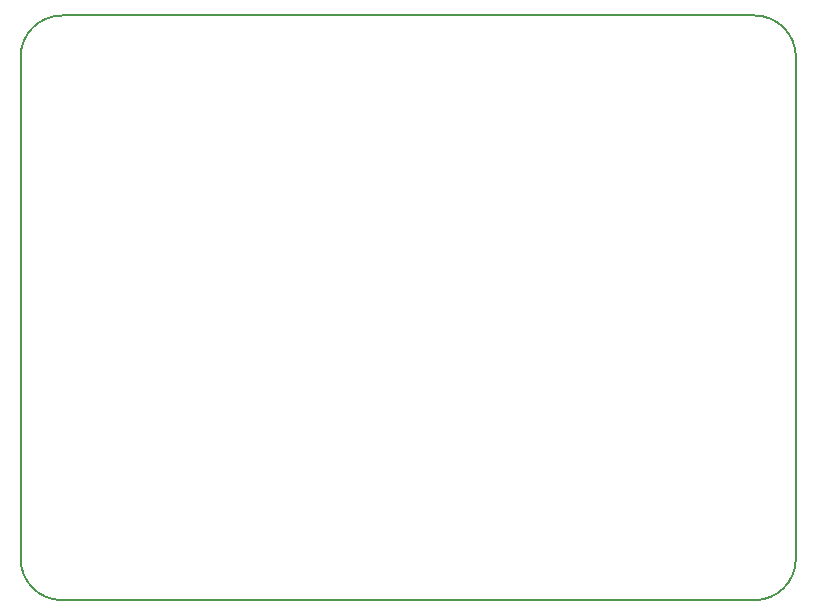
<source format=gbr>
G04 #@! TF.FileFunction,Profile,NP*
%FSLAX46Y46*%
G04 Gerber Fmt 4.6, Leading zero omitted, Abs format (unit mm)*
G04 Created by KiCad (PCBNEW 4.0.1-stable) date 19-02-2017 19:17:03*
%MOMM*%
G01*
G04 APERTURE LIST*
%ADD10C,0.100000*%
%ADD11C,0.200000*%
G04 APERTURE END LIST*
D10*
D11*
X-69000000Y60000000D02*
G75*
G03X-72500000Y56500000I0J-3500000D01*
G01*
X-72500000Y14000000D02*
G75*
G03X-69000000Y10500000I3500000J0D01*
G01*
X-10365000Y10500000D02*
G75*
G03X-6865000Y14000000I0J3500000D01*
G01*
X-6865000Y56500000D02*
G75*
G03X-10365000Y60000000I-3500000J0D01*
G01*
X-69000000Y10500000D02*
X-10365000Y10500000D01*
X-6865000Y14000000D02*
X-6865000Y56500000D01*
X-69000000Y60000000D02*
X-10365000Y60000000D01*
X-72500000Y56500000D02*
X-72500000Y14000000D01*
M02*

</source>
